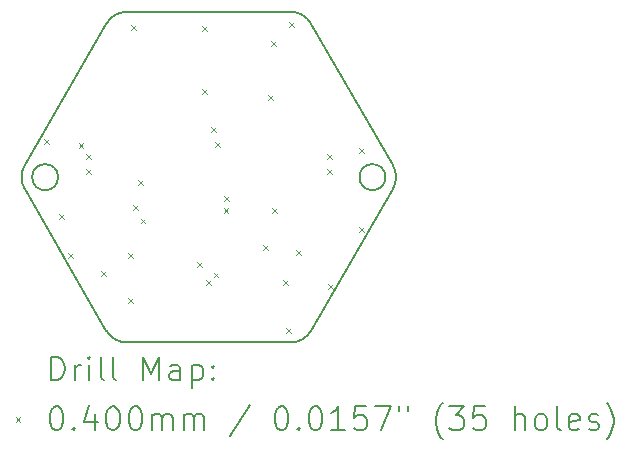
<source format=gbr>
%TF.GenerationSoftware,KiCad,Pcbnew,7.0.9*%
%TF.CreationDate,2024-01-11T17:27:43+09:00*%
%TF.ProjectId,LineIntegratedBoard,4c696e65-496e-4746-9567-726174656442,rev?*%
%TF.SameCoordinates,Original*%
%TF.FileFunction,Drillmap*%
%TF.FilePolarity,Positive*%
%FSLAX45Y45*%
G04 Gerber Fmt 4.5, Leading zero omitted, Abs format (unit mm)*
G04 Created by KiCad (PCBNEW 7.0.9) date 2024-01-11 17:27:43*
%MOMM*%
%LPD*%
G01*
G04 APERTURE LIST*
%ADD10C,0.200000*%
%ADD11C,0.100000*%
G04 APERTURE END LIST*
D10*
X13964359Y-9017000D02*
G75*
G03*
X13964359Y-9017000I-110000J0D01*
G01*
X16106025Y-10317000D02*
X16798846Y-9117000D01*
X14547180Y-10417000D02*
X15932820Y-10417000D01*
X14373975Y-7717000D02*
X13681154Y-8917000D01*
X14547180Y-7617000D02*
G75*
G03*
X14373975Y-7717000I0J-200000D01*
G01*
X16798846Y-9117000D02*
G75*
G03*
X16798846Y-8917000I-173206J100000D01*
G01*
X16735641Y-9017000D02*
G75*
G03*
X16735641Y-9017000I-110000J0D01*
G01*
X16798846Y-8917000D02*
X16106025Y-7717000D01*
X13681154Y-9117000D02*
X14373975Y-10317000D01*
X16106025Y-7717000D02*
G75*
G03*
X15932820Y-7617000I-173205J-100000D01*
G01*
X14373975Y-10317000D02*
G75*
G03*
X14547180Y-10417000I173205J100000D01*
G01*
X15932820Y-10417000D02*
G75*
G03*
X16106025Y-10317000I0J200000D01*
G01*
X13681154Y-8917000D02*
G75*
G03*
X13681154Y-9117000I173206J-100000D01*
G01*
X15932820Y-7617000D02*
X14547180Y-7617000D01*
D11*
X13848400Y-8692200D02*
X13888400Y-8732200D01*
X13888400Y-8692200D02*
X13848400Y-8732200D01*
X13975400Y-9327200D02*
X14015400Y-9367200D01*
X14015400Y-9327200D02*
X13975400Y-9367200D01*
X14051600Y-9657400D02*
X14091600Y-9697400D01*
X14091600Y-9657400D02*
X14051600Y-9697400D01*
X14137295Y-8726206D02*
X14177295Y-8766206D01*
X14177295Y-8726206D02*
X14137295Y-8766206D01*
X14204000Y-8819200D02*
X14244000Y-8859200D01*
X14244000Y-8819200D02*
X14204000Y-8859200D01*
X14204000Y-8946200D02*
X14244000Y-8986200D01*
X14244000Y-8946200D02*
X14204000Y-8986200D01*
X14331000Y-9809800D02*
X14371000Y-9849800D01*
X14371000Y-9809800D02*
X14331000Y-9849800D01*
X14559600Y-9657400D02*
X14599600Y-9697400D01*
X14599600Y-9657400D02*
X14559600Y-9697400D01*
X14559600Y-10038400D02*
X14599600Y-10078400D01*
X14599600Y-10038400D02*
X14559600Y-10078400D01*
X14585000Y-7727000D02*
X14625000Y-7767000D01*
X14625000Y-7727000D02*
X14585000Y-7767000D01*
X14599297Y-9252097D02*
X14639297Y-9292097D01*
X14639297Y-9252097D02*
X14599297Y-9292097D01*
X14641533Y-9042067D02*
X14681533Y-9082067D01*
X14681533Y-9042067D02*
X14641533Y-9082067D01*
X14664007Y-9369450D02*
X14704007Y-9409450D01*
X14704007Y-9369450D02*
X14664007Y-9409450D01*
X15143800Y-9733600D02*
X15183800Y-9773600D01*
X15183800Y-9733600D02*
X15143800Y-9773600D01*
X15181900Y-7739700D02*
X15221900Y-7779700D01*
X15221900Y-7739700D02*
X15181900Y-7779700D01*
X15181900Y-8273100D02*
X15221900Y-8313100D01*
X15221900Y-8273100D02*
X15181900Y-8313100D01*
X15220000Y-9886000D02*
X15260000Y-9926000D01*
X15260000Y-9886000D02*
X15220000Y-9926000D01*
X15257524Y-8594350D02*
X15297524Y-8634350D01*
X15297524Y-8594350D02*
X15257524Y-8634350D01*
X15280069Y-9825931D02*
X15320069Y-9865931D01*
X15320069Y-9825931D02*
X15280069Y-9865931D01*
X15296069Y-8719177D02*
X15336069Y-8759177D01*
X15336069Y-8719177D02*
X15296069Y-8759177D01*
X15366804Y-9282244D02*
X15406804Y-9322244D01*
X15406804Y-9282244D02*
X15366804Y-9322244D01*
X15372400Y-9174800D02*
X15412400Y-9214800D01*
X15412400Y-9174800D02*
X15372400Y-9214800D01*
X15702600Y-9593900D02*
X15742600Y-9633900D01*
X15742600Y-9593900D02*
X15702600Y-9633900D01*
X15740700Y-8323900D02*
X15780700Y-8363900D01*
X15780700Y-8323900D02*
X15740700Y-8363900D01*
X15766100Y-7866700D02*
X15806100Y-7906700D01*
X15806100Y-7866700D02*
X15766100Y-7906700D01*
X15778800Y-9276400D02*
X15818800Y-9316400D01*
X15818800Y-9276400D02*
X15778800Y-9316400D01*
X15867700Y-9886000D02*
X15907700Y-9926000D01*
X15907700Y-9886000D02*
X15867700Y-9926000D01*
X15893100Y-10292400D02*
X15933100Y-10332400D01*
X15933100Y-10292400D02*
X15893100Y-10332400D01*
X15918500Y-7701600D02*
X15958500Y-7741600D01*
X15958500Y-7701600D02*
X15918500Y-7741600D01*
X15982000Y-9632000D02*
X16022000Y-9672000D01*
X16022000Y-9632000D02*
X15982000Y-9672000D01*
X16243000Y-8819200D02*
X16283000Y-8859200D01*
X16283000Y-8819200D02*
X16243000Y-8859200D01*
X16243000Y-8946200D02*
X16283000Y-8986200D01*
X16283000Y-8946200D02*
X16243000Y-8986200D01*
X16248700Y-9924100D02*
X16288700Y-9964100D01*
X16288700Y-9924100D02*
X16248700Y-9964100D01*
X16515400Y-8768400D02*
X16555400Y-8808400D01*
X16555400Y-8768400D02*
X16515400Y-8808400D01*
X16515400Y-9441500D02*
X16555400Y-9481500D01*
X16555400Y-9441500D02*
X16515400Y-9481500D01*
D10*
X13905136Y-10738484D02*
X13905136Y-10538484D01*
X13905136Y-10538484D02*
X13952755Y-10538484D01*
X13952755Y-10538484D02*
X13981327Y-10548008D01*
X13981327Y-10548008D02*
X14000374Y-10567055D01*
X14000374Y-10567055D02*
X14009898Y-10586103D01*
X14009898Y-10586103D02*
X14019422Y-10624198D01*
X14019422Y-10624198D02*
X14019422Y-10652770D01*
X14019422Y-10652770D02*
X14009898Y-10690865D01*
X14009898Y-10690865D02*
X14000374Y-10709912D01*
X14000374Y-10709912D02*
X13981327Y-10728960D01*
X13981327Y-10728960D02*
X13952755Y-10738484D01*
X13952755Y-10738484D02*
X13905136Y-10738484D01*
X14105136Y-10738484D02*
X14105136Y-10605150D01*
X14105136Y-10643246D02*
X14114660Y-10624198D01*
X14114660Y-10624198D02*
X14124184Y-10614674D01*
X14124184Y-10614674D02*
X14143231Y-10605150D01*
X14143231Y-10605150D02*
X14162279Y-10605150D01*
X14228946Y-10738484D02*
X14228946Y-10605150D01*
X14228946Y-10538484D02*
X14219422Y-10548008D01*
X14219422Y-10548008D02*
X14228946Y-10557531D01*
X14228946Y-10557531D02*
X14238469Y-10548008D01*
X14238469Y-10548008D02*
X14228946Y-10538484D01*
X14228946Y-10538484D02*
X14228946Y-10557531D01*
X14352755Y-10738484D02*
X14333708Y-10728960D01*
X14333708Y-10728960D02*
X14324184Y-10709912D01*
X14324184Y-10709912D02*
X14324184Y-10538484D01*
X14457517Y-10738484D02*
X14438469Y-10728960D01*
X14438469Y-10728960D02*
X14428946Y-10709912D01*
X14428946Y-10709912D02*
X14428946Y-10538484D01*
X14686089Y-10738484D02*
X14686089Y-10538484D01*
X14686089Y-10538484D02*
X14752755Y-10681341D01*
X14752755Y-10681341D02*
X14819422Y-10538484D01*
X14819422Y-10538484D02*
X14819422Y-10738484D01*
X15000374Y-10738484D02*
X15000374Y-10633722D01*
X15000374Y-10633722D02*
X14990850Y-10614674D01*
X14990850Y-10614674D02*
X14971803Y-10605150D01*
X14971803Y-10605150D02*
X14933708Y-10605150D01*
X14933708Y-10605150D02*
X14914660Y-10614674D01*
X15000374Y-10728960D02*
X14981327Y-10738484D01*
X14981327Y-10738484D02*
X14933708Y-10738484D01*
X14933708Y-10738484D02*
X14914660Y-10728960D01*
X14914660Y-10728960D02*
X14905136Y-10709912D01*
X14905136Y-10709912D02*
X14905136Y-10690865D01*
X14905136Y-10690865D02*
X14914660Y-10671817D01*
X14914660Y-10671817D02*
X14933708Y-10662293D01*
X14933708Y-10662293D02*
X14981327Y-10662293D01*
X14981327Y-10662293D02*
X15000374Y-10652770D01*
X15095612Y-10605150D02*
X15095612Y-10805150D01*
X15095612Y-10614674D02*
X15114660Y-10605150D01*
X15114660Y-10605150D02*
X15152755Y-10605150D01*
X15152755Y-10605150D02*
X15171803Y-10614674D01*
X15171803Y-10614674D02*
X15181327Y-10624198D01*
X15181327Y-10624198D02*
X15190850Y-10643246D01*
X15190850Y-10643246D02*
X15190850Y-10700389D01*
X15190850Y-10700389D02*
X15181327Y-10719436D01*
X15181327Y-10719436D02*
X15171803Y-10728960D01*
X15171803Y-10728960D02*
X15152755Y-10738484D01*
X15152755Y-10738484D02*
X15114660Y-10738484D01*
X15114660Y-10738484D02*
X15095612Y-10728960D01*
X15276565Y-10719436D02*
X15286089Y-10728960D01*
X15286089Y-10728960D02*
X15276565Y-10738484D01*
X15276565Y-10738484D02*
X15267041Y-10728960D01*
X15267041Y-10728960D02*
X15276565Y-10719436D01*
X15276565Y-10719436D02*
X15276565Y-10738484D01*
X15276565Y-10614674D02*
X15286089Y-10624198D01*
X15286089Y-10624198D02*
X15276565Y-10633722D01*
X15276565Y-10633722D02*
X15267041Y-10624198D01*
X15267041Y-10624198D02*
X15276565Y-10614674D01*
X15276565Y-10614674D02*
X15276565Y-10633722D01*
D11*
X13604359Y-11047000D02*
X13644359Y-11087000D01*
X13644359Y-11047000D02*
X13604359Y-11087000D01*
D10*
X13943231Y-10958484D02*
X13962279Y-10958484D01*
X13962279Y-10958484D02*
X13981327Y-10968008D01*
X13981327Y-10968008D02*
X13990850Y-10977531D01*
X13990850Y-10977531D02*
X14000374Y-10996579D01*
X14000374Y-10996579D02*
X14009898Y-11034674D01*
X14009898Y-11034674D02*
X14009898Y-11082293D01*
X14009898Y-11082293D02*
X14000374Y-11120389D01*
X14000374Y-11120389D02*
X13990850Y-11139436D01*
X13990850Y-11139436D02*
X13981327Y-11148960D01*
X13981327Y-11148960D02*
X13962279Y-11158484D01*
X13962279Y-11158484D02*
X13943231Y-11158484D01*
X13943231Y-11158484D02*
X13924184Y-11148960D01*
X13924184Y-11148960D02*
X13914660Y-11139436D01*
X13914660Y-11139436D02*
X13905136Y-11120389D01*
X13905136Y-11120389D02*
X13895612Y-11082293D01*
X13895612Y-11082293D02*
X13895612Y-11034674D01*
X13895612Y-11034674D02*
X13905136Y-10996579D01*
X13905136Y-10996579D02*
X13914660Y-10977531D01*
X13914660Y-10977531D02*
X13924184Y-10968008D01*
X13924184Y-10968008D02*
X13943231Y-10958484D01*
X14095612Y-11139436D02*
X14105136Y-11148960D01*
X14105136Y-11148960D02*
X14095612Y-11158484D01*
X14095612Y-11158484D02*
X14086089Y-11148960D01*
X14086089Y-11148960D02*
X14095612Y-11139436D01*
X14095612Y-11139436D02*
X14095612Y-11158484D01*
X14276565Y-11025150D02*
X14276565Y-11158484D01*
X14228946Y-10948960D02*
X14181327Y-11091817D01*
X14181327Y-11091817D02*
X14305136Y-11091817D01*
X14419422Y-10958484D02*
X14438470Y-10958484D01*
X14438470Y-10958484D02*
X14457517Y-10968008D01*
X14457517Y-10968008D02*
X14467041Y-10977531D01*
X14467041Y-10977531D02*
X14476565Y-10996579D01*
X14476565Y-10996579D02*
X14486089Y-11034674D01*
X14486089Y-11034674D02*
X14486089Y-11082293D01*
X14486089Y-11082293D02*
X14476565Y-11120389D01*
X14476565Y-11120389D02*
X14467041Y-11139436D01*
X14467041Y-11139436D02*
X14457517Y-11148960D01*
X14457517Y-11148960D02*
X14438470Y-11158484D01*
X14438470Y-11158484D02*
X14419422Y-11158484D01*
X14419422Y-11158484D02*
X14400374Y-11148960D01*
X14400374Y-11148960D02*
X14390850Y-11139436D01*
X14390850Y-11139436D02*
X14381327Y-11120389D01*
X14381327Y-11120389D02*
X14371803Y-11082293D01*
X14371803Y-11082293D02*
X14371803Y-11034674D01*
X14371803Y-11034674D02*
X14381327Y-10996579D01*
X14381327Y-10996579D02*
X14390850Y-10977531D01*
X14390850Y-10977531D02*
X14400374Y-10968008D01*
X14400374Y-10968008D02*
X14419422Y-10958484D01*
X14609898Y-10958484D02*
X14628946Y-10958484D01*
X14628946Y-10958484D02*
X14647993Y-10968008D01*
X14647993Y-10968008D02*
X14657517Y-10977531D01*
X14657517Y-10977531D02*
X14667041Y-10996579D01*
X14667041Y-10996579D02*
X14676565Y-11034674D01*
X14676565Y-11034674D02*
X14676565Y-11082293D01*
X14676565Y-11082293D02*
X14667041Y-11120389D01*
X14667041Y-11120389D02*
X14657517Y-11139436D01*
X14657517Y-11139436D02*
X14647993Y-11148960D01*
X14647993Y-11148960D02*
X14628946Y-11158484D01*
X14628946Y-11158484D02*
X14609898Y-11158484D01*
X14609898Y-11158484D02*
X14590850Y-11148960D01*
X14590850Y-11148960D02*
X14581327Y-11139436D01*
X14581327Y-11139436D02*
X14571803Y-11120389D01*
X14571803Y-11120389D02*
X14562279Y-11082293D01*
X14562279Y-11082293D02*
X14562279Y-11034674D01*
X14562279Y-11034674D02*
X14571803Y-10996579D01*
X14571803Y-10996579D02*
X14581327Y-10977531D01*
X14581327Y-10977531D02*
X14590850Y-10968008D01*
X14590850Y-10968008D02*
X14609898Y-10958484D01*
X14762279Y-11158484D02*
X14762279Y-11025150D01*
X14762279Y-11044198D02*
X14771803Y-11034674D01*
X14771803Y-11034674D02*
X14790850Y-11025150D01*
X14790850Y-11025150D02*
X14819422Y-11025150D01*
X14819422Y-11025150D02*
X14838470Y-11034674D01*
X14838470Y-11034674D02*
X14847993Y-11053722D01*
X14847993Y-11053722D02*
X14847993Y-11158484D01*
X14847993Y-11053722D02*
X14857517Y-11034674D01*
X14857517Y-11034674D02*
X14876565Y-11025150D01*
X14876565Y-11025150D02*
X14905136Y-11025150D01*
X14905136Y-11025150D02*
X14924184Y-11034674D01*
X14924184Y-11034674D02*
X14933708Y-11053722D01*
X14933708Y-11053722D02*
X14933708Y-11158484D01*
X15028946Y-11158484D02*
X15028946Y-11025150D01*
X15028946Y-11044198D02*
X15038470Y-11034674D01*
X15038470Y-11034674D02*
X15057517Y-11025150D01*
X15057517Y-11025150D02*
X15086089Y-11025150D01*
X15086089Y-11025150D02*
X15105136Y-11034674D01*
X15105136Y-11034674D02*
X15114660Y-11053722D01*
X15114660Y-11053722D02*
X15114660Y-11158484D01*
X15114660Y-11053722D02*
X15124184Y-11034674D01*
X15124184Y-11034674D02*
X15143231Y-11025150D01*
X15143231Y-11025150D02*
X15171803Y-11025150D01*
X15171803Y-11025150D02*
X15190851Y-11034674D01*
X15190851Y-11034674D02*
X15200374Y-11053722D01*
X15200374Y-11053722D02*
X15200374Y-11158484D01*
X15590851Y-10948960D02*
X15419422Y-11206103D01*
X15847993Y-10958484D02*
X15867041Y-10958484D01*
X15867041Y-10958484D02*
X15886089Y-10968008D01*
X15886089Y-10968008D02*
X15895613Y-10977531D01*
X15895613Y-10977531D02*
X15905136Y-10996579D01*
X15905136Y-10996579D02*
X15914660Y-11034674D01*
X15914660Y-11034674D02*
X15914660Y-11082293D01*
X15914660Y-11082293D02*
X15905136Y-11120389D01*
X15905136Y-11120389D02*
X15895613Y-11139436D01*
X15895613Y-11139436D02*
X15886089Y-11148960D01*
X15886089Y-11148960D02*
X15867041Y-11158484D01*
X15867041Y-11158484D02*
X15847993Y-11158484D01*
X15847993Y-11158484D02*
X15828946Y-11148960D01*
X15828946Y-11148960D02*
X15819422Y-11139436D01*
X15819422Y-11139436D02*
X15809898Y-11120389D01*
X15809898Y-11120389D02*
X15800374Y-11082293D01*
X15800374Y-11082293D02*
X15800374Y-11034674D01*
X15800374Y-11034674D02*
X15809898Y-10996579D01*
X15809898Y-10996579D02*
X15819422Y-10977531D01*
X15819422Y-10977531D02*
X15828946Y-10968008D01*
X15828946Y-10968008D02*
X15847993Y-10958484D01*
X16000374Y-11139436D02*
X16009898Y-11148960D01*
X16009898Y-11148960D02*
X16000374Y-11158484D01*
X16000374Y-11158484D02*
X15990851Y-11148960D01*
X15990851Y-11148960D02*
X16000374Y-11139436D01*
X16000374Y-11139436D02*
X16000374Y-11158484D01*
X16133708Y-10958484D02*
X16152755Y-10958484D01*
X16152755Y-10958484D02*
X16171803Y-10968008D01*
X16171803Y-10968008D02*
X16181327Y-10977531D01*
X16181327Y-10977531D02*
X16190851Y-10996579D01*
X16190851Y-10996579D02*
X16200374Y-11034674D01*
X16200374Y-11034674D02*
X16200374Y-11082293D01*
X16200374Y-11082293D02*
X16190851Y-11120389D01*
X16190851Y-11120389D02*
X16181327Y-11139436D01*
X16181327Y-11139436D02*
X16171803Y-11148960D01*
X16171803Y-11148960D02*
X16152755Y-11158484D01*
X16152755Y-11158484D02*
X16133708Y-11158484D01*
X16133708Y-11158484D02*
X16114660Y-11148960D01*
X16114660Y-11148960D02*
X16105136Y-11139436D01*
X16105136Y-11139436D02*
X16095613Y-11120389D01*
X16095613Y-11120389D02*
X16086089Y-11082293D01*
X16086089Y-11082293D02*
X16086089Y-11034674D01*
X16086089Y-11034674D02*
X16095613Y-10996579D01*
X16095613Y-10996579D02*
X16105136Y-10977531D01*
X16105136Y-10977531D02*
X16114660Y-10968008D01*
X16114660Y-10968008D02*
X16133708Y-10958484D01*
X16390851Y-11158484D02*
X16276565Y-11158484D01*
X16333708Y-11158484D02*
X16333708Y-10958484D01*
X16333708Y-10958484D02*
X16314660Y-10987055D01*
X16314660Y-10987055D02*
X16295613Y-11006103D01*
X16295613Y-11006103D02*
X16276565Y-11015627D01*
X16571803Y-10958484D02*
X16476565Y-10958484D01*
X16476565Y-10958484D02*
X16467041Y-11053722D01*
X16467041Y-11053722D02*
X16476565Y-11044198D01*
X16476565Y-11044198D02*
X16495613Y-11034674D01*
X16495613Y-11034674D02*
X16543232Y-11034674D01*
X16543232Y-11034674D02*
X16562279Y-11044198D01*
X16562279Y-11044198D02*
X16571803Y-11053722D01*
X16571803Y-11053722D02*
X16581327Y-11072770D01*
X16581327Y-11072770D02*
X16581327Y-11120389D01*
X16581327Y-11120389D02*
X16571803Y-11139436D01*
X16571803Y-11139436D02*
X16562279Y-11148960D01*
X16562279Y-11148960D02*
X16543232Y-11158484D01*
X16543232Y-11158484D02*
X16495613Y-11158484D01*
X16495613Y-11158484D02*
X16476565Y-11148960D01*
X16476565Y-11148960D02*
X16467041Y-11139436D01*
X16647994Y-10958484D02*
X16781327Y-10958484D01*
X16781327Y-10958484D02*
X16695613Y-11158484D01*
X16847994Y-10958484D02*
X16847994Y-10996579D01*
X16924184Y-10958484D02*
X16924184Y-10996579D01*
X17219422Y-11234674D02*
X17209898Y-11225150D01*
X17209898Y-11225150D02*
X17190851Y-11196579D01*
X17190851Y-11196579D02*
X17181327Y-11177531D01*
X17181327Y-11177531D02*
X17171803Y-11148960D01*
X17171803Y-11148960D02*
X17162279Y-11101341D01*
X17162279Y-11101341D02*
X17162279Y-11063246D01*
X17162279Y-11063246D02*
X17171803Y-11015627D01*
X17171803Y-11015627D02*
X17181327Y-10987055D01*
X17181327Y-10987055D02*
X17190851Y-10968008D01*
X17190851Y-10968008D02*
X17209898Y-10939436D01*
X17209898Y-10939436D02*
X17219422Y-10929912D01*
X17276565Y-10958484D02*
X17400375Y-10958484D01*
X17400375Y-10958484D02*
X17333708Y-11034674D01*
X17333708Y-11034674D02*
X17362279Y-11034674D01*
X17362279Y-11034674D02*
X17381327Y-11044198D01*
X17381327Y-11044198D02*
X17390851Y-11053722D01*
X17390851Y-11053722D02*
X17400375Y-11072770D01*
X17400375Y-11072770D02*
X17400375Y-11120389D01*
X17400375Y-11120389D02*
X17390851Y-11139436D01*
X17390851Y-11139436D02*
X17381327Y-11148960D01*
X17381327Y-11148960D02*
X17362279Y-11158484D01*
X17362279Y-11158484D02*
X17305137Y-11158484D01*
X17305137Y-11158484D02*
X17286089Y-11148960D01*
X17286089Y-11148960D02*
X17276565Y-11139436D01*
X17581327Y-10958484D02*
X17486089Y-10958484D01*
X17486089Y-10958484D02*
X17476565Y-11053722D01*
X17476565Y-11053722D02*
X17486089Y-11044198D01*
X17486089Y-11044198D02*
X17505137Y-11034674D01*
X17505137Y-11034674D02*
X17552756Y-11034674D01*
X17552756Y-11034674D02*
X17571803Y-11044198D01*
X17571803Y-11044198D02*
X17581327Y-11053722D01*
X17581327Y-11053722D02*
X17590851Y-11072770D01*
X17590851Y-11072770D02*
X17590851Y-11120389D01*
X17590851Y-11120389D02*
X17581327Y-11139436D01*
X17581327Y-11139436D02*
X17571803Y-11148960D01*
X17571803Y-11148960D02*
X17552756Y-11158484D01*
X17552756Y-11158484D02*
X17505137Y-11158484D01*
X17505137Y-11158484D02*
X17486089Y-11148960D01*
X17486089Y-11148960D02*
X17476565Y-11139436D01*
X17828946Y-11158484D02*
X17828946Y-10958484D01*
X17914660Y-11158484D02*
X17914660Y-11053722D01*
X17914660Y-11053722D02*
X17905137Y-11034674D01*
X17905137Y-11034674D02*
X17886089Y-11025150D01*
X17886089Y-11025150D02*
X17857518Y-11025150D01*
X17857518Y-11025150D02*
X17838470Y-11034674D01*
X17838470Y-11034674D02*
X17828946Y-11044198D01*
X18038470Y-11158484D02*
X18019422Y-11148960D01*
X18019422Y-11148960D02*
X18009899Y-11139436D01*
X18009899Y-11139436D02*
X18000375Y-11120389D01*
X18000375Y-11120389D02*
X18000375Y-11063246D01*
X18000375Y-11063246D02*
X18009899Y-11044198D01*
X18009899Y-11044198D02*
X18019422Y-11034674D01*
X18019422Y-11034674D02*
X18038470Y-11025150D01*
X18038470Y-11025150D02*
X18067041Y-11025150D01*
X18067041Y-11025150D02*
X18086089Y-11034674D01*
X18086089Y-11034674D02*
X18095613Y-11044198D01*
X18095613Y-11044198D02*
X18105137Y-11063246D01*
X18105137Y-11063246D02*
X18105137Y-11120389D01*
X18105137Y-11120389D02*
X18095613Y-11139436D01*
X18095613Y-11139436D02*
X18086089Y-11148960D01*
X18086089Y-11148960D02*
X18067041Y-11158484D01*
X18067041Y-11158484D02*
X18038470Y-11158484D01*
X18219422Y-11158484D02*
X18200375Y-11148960D01*
X18200375Y-11148960D02*
X18190851Y-11129912D01*
X18190851Y-11129912D02*
X18190851Y-10958484D01*
X18371803Y-11148960D02*
X18352756Y-11158484D01*
X18352756Y-11158484D02*
X18314660Y-11158484D01*
X18314660Y-11158484D02*
X18295613Y-11148960D01*
X18295613Y-11148960D02*
X18286089Y-11129912D01*
X18286089Y-11129912D02*
X18286089Y-11053722D01*
X18286089Y-11053722D02*
X18295613Y-11034674D01*
X18295613Y-11034674D02*
X18314660Y-11025150D01*
X18314660Y-11025150D02*
X18352756Y-11025150D01*
X18352756Y-11025150D02*
X18371803Y-11034674D01*
X18371803Y-11034674D02*
X18381327Y-11053722D01*
X18381327Y-11053722D02*
X18381327Y-11072770D01*
X18381327Y-11072770D02*
X18286089Y-11091817D01*
X18457518Y-11148960D02*
X18476565Y-11158484D01*
X18476565Y-11158484D02*
X18514660Y-11158484D01*
X18514660Y-11158484D02*
X18533708Y-11148960D01*
X18533708Y-11148960D02*
X18543232Y-11129912D01*
X18543232Y-11129912D02*
X18543232Y-11120389D01*
X18543232Y-11120389D02*
X18533708Y-11101341D01*
X18533708Y-11101341D02*
X18514660Y-11091817D01*
X18514660Y-11091817D02*
X18486089Y-11091817D01*
X18486089Y-11091817D02*
X18467041Y-11082293D01*
X18467041Y-11082293D02*
X18457518Y-11063246D01*
X18457518Y-11063246D02*
X18457518Y-11053722D01*
X18457518Y-11053722D02*
X18467041Y-11034674D01*
X18467041Y-11034674D02*
X18486089Y-11025150D01*
X18486089Y-11025150D02*
X18514660Y-11025150D01*
X18514660Y-11025150D02*
X18533708Y-11034674D01*
X18609899Y-11234674D02*
X18619422Y-11225150D01*
X18619422Y-11225150D02*
X18638470Y-11196579D01*
X18638470Y-11196579D02*
X18647994Y-11177531D01*
X18647994Y-11177531D02*
X18657518Y-11148960D01*
X18657518Y-11148960D02*
X18667041Y-11101341D01*
X18667041Y-11101341D02*
X18667041Y-11063246D01*
X18667041Y-11063246D02*
X18657518Y-11015627D01*
X18657518Y-11015627D02*
X18647994Y-10987055D01*
X18647994Y-10987055D02*
X18638470Y-10968008D01*
X18638470Y-10968008D02*
X18619422Y-10939436D01*
X18619422Y-10939436D02*
X18609899Y-10929912D01*
M02*

</source>
